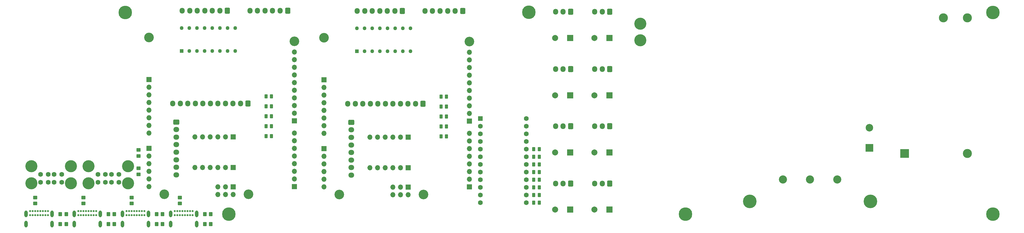
<source format=gts>
G04 #@! TF.GenerationSoftware,KiCad,Pcbnew,(6.0.1)*
G04 #@! TF.CreationDate,2023-01-17T23:28:05-08:00*
G04 #@! TF.ProjectId,DDRduino2,44445264-7569-46e6-9f32-2e6b69636164,rev?*
G04 #@! TF.SameCoordinates,Original*
G04 #@! TF.FileFunction,Soldermask,Top*
G04 #@! TF.FilePolarity,Negative*
%FSLAX46Y46*%
G04 Gerber Fmt 4.6, Leading zero omitted, Abs format (unit mm)*
G04 Created by KiCad (PCBNEW (6.0.1)) date 2023-01-17 23:28:05*
%MOMM*%
%LPD*%
G01*
G04 APERTURE LIST*
G04 Aperture macros list*
%AMRoundRect*
0 Rectangle with rounded corners*
0 $1 Rounding radius*
0 $2 $3 $4 $5 $6 $7 $8 $9 X,Y pos of 4 corners*
0 Add a 4 corners polygon primitive as box body*
4,1,4,$2,$3,$4,$5,$6,$7,$8,$9,$2,$3,0*
0 Add four circle primitives for the rounded corners*
1,1,$1+$1,$2,$3*
1,1,$1+$1,$4,$5*
1,1,$1+$1,$6,$7*
1,1,$1+$1,$8,$9*
0 Add four rect primitives between the rounded corners*
20,1,$1+$1,$2,$3,$4,$5,0*
20,1,$1+$1,$4,$5,$6,$7,0*
20,1,$1+$1,$6,$7,$8,$9,0*
20,1,$1+$1,$8,$9,$2,$3,0*%
G04 Aperture macros list end*
%ADD10C,2.700000*%
%ADD11C,4.516000*%
%ADD12RoundRect,0.250000X0.450000X-0.350000X0.450000X0.350000X-0.450000X0.350000X-0.450000X-0.350000X0*%
%ADD13RoundRect,0.250000X0.262500X0.450000X-0.262500X0.450000X-0.262500X-0.450000X0.262500X-0.450000X0*%
%ADD14C,0.650000*%
%ADD15O,1.108000X2.216000*%
%ADD16R,1.262126X1.262126*%
%ADD17C,1.262126*%
%ADD18C,1.600000*%
%ADD19C,4.000000*%
%ADD20C,3.200000*%
%ADD21RoundRect,0.250000X0.600000X0.725000X-0.600000X0.725000X-0.600000X-0.725000X0.600000X-0.725000X0*%
%ADD22O,1.700000X1.950000*%
%ADD23R,2.000000X2.000000*%
%ADD24C,2.000000*%
%ADD25C,4.500000*%
%ADD26R,1.700000X1.700000*%
%ADD27O,1.700000X1.700000*%
%ADD28RoundRect,0.250000X-0.725000X0.600000X-0.725000X-0.600000X0.725000X-0.600000X0.725000X0.600000X0*%
%ADD29O,1.950000X1.700000*%
%ADD30RoundRect,0.250000X-0.350000X-0.450000X0.350000X-0.450000X0.350000X0.450000X-0.350000X0.450000X0*%
%ADD31R,2.500000X2.500000*%
%ADD32C,2.500000*%
%ADD33R,1.600000X1.600000*%
%ADD34RoundRect,0.250000X-0.450000X0.350000X-0.450000X-0.350000X0.450000X-0.350000X0.450000X0.350000X0*%
%ADD35R,3.000000X3.000000*%
%ADD36C,3.000000*%
G04 APERTURE END LIST*
D10*
X319884230Y-155025730D03*
X310884230Y-155025730D03*
X301884230Y-155025730D03*
D11*
X330884230Y-162325730D03*
X290884230Y-162325730D03*
D12*
X53700000Y-162997480D03*
X53700000Y-160997480D03*
D13*
X132140000Y-133992000D03*
X130315000Y-133992000D03*
D14*
X52025000Y-165472480D03*
X52875000Y-165472480D03*
X53725000Y-165472480D03*
X54575000Y-165472480D03*
X55425000Y-165472480D03*
X56275000Y-165472480D03*
X57125000Y-165472480D03*
X57975000Y-165472480D03*
X57975000Y-166822480D03*
X57125000Y-166822480D03*
X56275000Y-166822480D03*
X55425000Y-166822480D03*
X54575000Y-166822480D03*
X53725000Y-166822480D03*
X52875000Y-166822480D03*
X52025000Y-166822480D03*
D15*
X50675000Y-166452480D03*
X59325000Y-166452480D03*
X59325000Y-169832480D03*
X50675000Y-169832480D03*
D16*
X102352000Y-112312000D03*
D17*
X104892000Y-112312000D03*
X107432000Y-112312000D03*
X109972000Y-112312000D03*
X112512000Y-112312000D03*
X115052000Y-112312000D03*
X117592000Y-112312000D03*
X120132000Y-112312000D03*
X120132000Y-104692000D03*
X117592000Y-104692000D03*
X115052000Y-104692000D03*
X112512000Y-104692000D03*
X109972000Y-104692000D03*
X107432000Y-104692000D03*
X104892000Y-104692000D03*
X102352000Y-104692000D03*
D13*
X132140000Y-137294000D03*
X130315000Y-137294000D03*
D16*
X160437480Y-112402480D03*
D17*
X162977480Y-112402480D03*
X165517480Y-112402480D03*
X168057480Y-112402480D03*
X170597480Y-112402480D03*
X173137480Y-112402480D03*
X175677480Y-112402480D03*
X178217480Y-112402480D03*
X178217480Y-104782480D03*
X175677480Y-104782480D03*
X173137480Y-104782480D03*
X170597480Y-104782480D03*
X168057480Y-104782480D03*
X165517480Y-104782480D03*
X162977480Y-104782480D03*
X160437480Y-104782480D03*
D18*
X81500000Y-155904700D03*
X81500000Y-153284700D03*
X79000000Y-155904700D03*
X79000000Y-153284700D03*
X77000000Y-155904700D03*
X77000000Y-153284700D03*
X74500000Y-155904700D03*
X74500000Y-153284700D03*
D19*
X84570000Y-150574700D03*
X71430000Y-150574700D03*
X84570000Y-156254700D03*
X71430000Y-156254700D03*
D20*
X154647480Y-160002480D03*
D21*
X244415865Y-118332480D03*
D22*
X241915865Y-118332480D03*
X239415865Y-118332480D03*
D23*
X244283542Y-127032480D03*
D24*
X239283542Y-127032480D03*
D25*
X371577480Y-99532480D03*
X83577480Y-99532480D03*
D13*
X190225480Y-140686480D03*
X188400480Y-140686480D03*
D21*
X244415865Y-156332480D03*
D22*
X241915865Y-156332480D03*
X239415865Y-156332480D03*
D14*
X68025000Y-165472480D03*
X68875000Y-165472480D03*
X69725000Y-165472480D03*
X70575000Y-165472480D03*
X71425000Y-165472480D03*
X72275000Y-165472480D03*
X73125000Y-165472480D03*
X73975000Y-165472480D03*
X73975000Y-166822480D03*
X73125000Y-166822480D03*
X72275000Y-166822480D03*
X71425000Y-166822480D03*
X70575000Y-166822480D03*
X69725000Y-166822480D03*
X68875000Y-166822480D03*
X68025000Y-166822480D03*
D15*
X66675000Y-166452480D03*
X75325000Y-166452480D03*
X75325000Y-169832480D03*
X66675000Y-169832480D03*
D13*
X190225480Y-134082480D03*
X188400480Y-134082480D03*
D21*
X244415865Y-99332480D03*
D22*
X241915865Y-99332480D03*
X239415865Y-99332480D03*
D13*
X190225480Y-137384480D03*
X188400480Y-137384480D03*
X132140000Y-140596000D03*
X130315000Y-140596000D03*
D23*
X231283542Y-146032480D03*
D24*
X226283542Y-146032480D03*
D26*
X177525480Y-151100480D03*
D27*
X174985480Y-151100480D03*
X172445480Y-151100480D03*
X169905480Y-151100480D03*
X167365480Y-151100480D03*
X164825480Y-151100480D03*
D28*
X100492000Y-135942000D03*
D29*
X100492000Y-138442000D03*
X100492000Y-140942000D03*
X100492000Y-143442000D03*
X100492000Y-145942000D03*
X100492000Y-148442000D03*
X100492000Y-150942000D03*
X100492000Y-153442000D03*
D30*
X94000000Y-169797480D03*
X96000000Y-169797480D03*
D21*
X175577480Y-99032480D03*
D22*
X173077480Y-99032480D03*
X170577480Y-99032480D03*
X168077480Y-99032480D03*
X165577480Y-99032480D03*
X163077480Y-99032480D03*
X160577480Y-99032480D03*
D21*
X117492000Y-98942000D03*
D22*
X114992000Y-98942000D03*
X112492000Y-98942000D03*
X109992000Y-98942000D03*
X107492000Y-98942000D03*
X104992000Y-98942000D03*
X102492000Y-98942000D03*
D23*
X244283542Y-165032480D03*
D24*
X239283542Y-165032480D03*
D13*
X220971980Y-160132480D03*
X219146980Y-160132480D03*
D31*
X330577480Y-144532480D03*
D32*
X330577480Y-137782480D03*
D19*
X254577480Y-103282480D03*
X254577480Y-108782480D03*
D30*
X78000000Y-169797480D03*
X80000000Y-169797480D03*
X110000000Y-166497480D03*
X112000000Y-166497480D03*
D21*
X231415865Y-156332480D03*
D22*
X228915865Y-156332480D03*
X226415865Y-156332480D03*
D23*
X244283542Y-108032480D03*
D24*
X239283542Y-108032480D03*
D20*
X139742000Y-109112000D03*
X149577480Y-107932480D03*
D12*
X101700000Y-163000000D03*
X101700000Y-161000000D03*
D30*
X94000000Y-166497480D03*
X96000000Y-166497480D03*
D13*
X220971980Y-144892480D03*
X219146980Y-144892480D03*
X132140000Y-127388000D03*
X130315000Y-127388000D03*
D20*
X197827480Y-109202480D03*
D26*
X119440000Y-151010000D03*
D27*
X116900000Y-151010000D03*
X114360000Y-151010000D03*
X111820000Y-151010000D03*
X109280000Y-151010000D03*
X106740000Y-151010000D03*
D23*
X231283542Y-165032480D03*
D24*
X226283542Y-165032480D03*
D13*
X220989980Y-147432480D03*
X219164980Y-147432480D03*
D21*
X124360000Y-129742000D03*
D22*
X121860000Y-129742000D03*
X119360000Y-129742000D03*
X116860000Y-129742000D03*
X114360000Y-129742000D03*
X111860000Y-129742000D03*
X109360000Y-129742000D03*
X106860000Y-129742000D03*
X104360000Y-129742000D03*
X101860000Y-129742000D03*
X99360000Y-129742000D03*
D12*
X69700000Y-163000000D03*
X69700000Y-161000000D03*
D13*
X190225480Y-127478480D03*
X188400480Y-127478480D03*
D21*
X231415865Y-118332480D03*
D22*
X228915865Y-118332480D03*
X226415865Y-118332480D03*
D20*
X182587480Y-160012480D03*
D13*
X220971980Y-162672480D03*
X219146980Y-162672480D03*
D21*
X244415865Y-137332480D03*
D22*
X241915865Y-137332480D03*
X239415865Y-137332480D03*
D21*
X137492000Y-98942000D03*
D22*
X134992000Y-98942000D03*
X132492000Y-98942000D03*
X129992000Y-98942000D03*
X127492000Y-98942000D03*
X124992000Y-98942000D03*
D13*
X220971980Y-152512480D03*
X219146980Y-152512480D03*
D26*
X177525480Y-140940480D03*
D27*
X174985480Y-140940480D03*
X172445480Y-140940480D03*
X169905480Y-140940480D03*
X167365480Y-140940480D03*
X164825480Y-140940480D03*
D12*
X85700000Y-163000000D03*
X85700000Y-161000000D03*
D14*
X100025000Y-165472480D03*
X100875000Y-165472480D03*
X101725000Y-165472480D03*
X102575000Y-165472480D03*
X103425000Y-165472480D03*
X104275000Y-165472480D03*
X105125000Y-165472480D03*
X105975000Y-165472480D03*
X105975000Y-166822480D03*
X105125000Y-166822480D03*
X104275000Y-166822480D03*
X103425000Y-166822480D03*
X102575000Y-166822480D03*
X101725000Y-166822480D03*
X100875000Y-166822480D03*
X100025000Y-166822480D03*
D15*
X98675000Y-166452480D03*
X107325000Y-166452480D03*
X107325000Y-169832480D03*
X98675000Y-169832480D03*
D14*
X84025000Y-165472480D03*
X84875000Y-165472480D03*
X85725000Y-165472480D03*
X86575000Y-165472480D03*
X87425000Y-165472480D03*
X88275000Y-165472480D03*
X89125000Y-165472480D03*
X89975000Y-165472480D03*
X89975000Y-166822480D03*
X89125000Y-166822480D03*
X88275000Y-166822480D03*
X87425000Y-166822480D03*
X86575000Y-166822480D03*
X85725000Y-166822480D03*
X84875000Y-166822480D03*
X84025000Y-166822480D03*
D15*
X82675000Y-166452480D03*
X91325000Y-166452480D03*
X91325000Y-169832480D03*
X82675000Y-169832480D03*
D23*
X244283542Y-146032480D03*
D24*
X239283542Y-146032480D03*
D21*
X231415865Y-137332480D03*
D22*
X228915865Y-137332480D03*
X226415865Y-137332480D03*
D13*
X220971980Y-155052480D03*
X219146980Y-155052480D03*
D30*
X110000000Y-169797480D03*
X112000000Y-169797480D03*
D20*
X96562000Y-159912000D03*
D25*
X269500000Y-166500000D03*
D21*
X182445480Y-129832480D03*
D22*
X179945480Y-129832480D03*
X177445480Y-129832480D03*
X174945480Y-129832480D03*
X172445480Y-129832480D03*
X169945480Y-129832480D03*
X167445480Y-129832480D03*
X164945480Y-129832480D03*
X162445480Y-129832480D03*
X159945480Y-129832480D03*
X157445480Y-129832480D03*
D18*
X201457480Y-137272480D03*
D33*
X201457480Y-134732480D03*
D18*
X201457480Y-144892480D03*
X201457480Y-147432480D03*
X201457480Y-149972480D03*
X201457480Y-152512480D03*
X201457480Y-155052480D03*
X201457480Y-157592480D03*
X201457480Y-160132480D03*
X201457480Y-162672480D03*
X216697480Y-162672480D03*
X216697480Y-157592480D03*
X216697480Y-155052480D03*
X216697480Y-160132480D03*
X216697480Y-152512480D03*
X216697480Y-149972480D03*
X216697480Y-147432480D03*
X216697480Y-144892480D03*
X201457480Y-139812480D03*
X201457480Y-142352480D03*
X216697480Y-137272480D03*
X216697480Y-134732480D03*
X216697480Y-139812480D03*
X216697480Y-142352480D03*
D34*
X88000000Y-145200000D03*
X88000000Y-147200000D03*
D20*
X124502000Y-159922000D03*
D30*
X62000000Y-169797480D03*
X64000000Y-169797480D03*
D20*
X91492000Y-107842000D03*
D25*
X118000000Y-166500000D03*
D21*
X195577480Y-99032480D03*
D22*
X193077480Y-99032480D03*
X190577480Y-99032480D03*
X188077480Y-99032480D03*
X185577480Y-99032480D03*
X183077480Y-99032480D03*
D26*
X119440000Y-140850000D03*
D27*
X116900000Y-140850000D03*
X114360000Y-140850000D03*
X111820000Y-140850000D03*
X109280000Y-140850000D03*
X106740000Y-140850000D03*
D12*
X88000000Y-153300000D03*
X88000000Y-151300000D03*
D18*
X62500000Y-155904700D03*
X62500000Y-153284700D03*
X60000000Y-155904700D03*
X60000000Y-153284700D03*
X58000000Y-155904700D03*
X58000000Y-153284700D03*
X55500000Y-155904700D03*
X55500000Y-153284700D03*
D19*
X65570000Y-150574700D03*
X52430000Y-150574700D03*
X65570000Y-156254700D03*
X52430000Y-156254700D03*
D13*
X220971980Y-149972480D03*
X219146980Y-149972480D03*
X220971980Y-157592480D03*
X219146980Y-157592480D03*
X132140000Y-130690000D03*
X130315000Y-130690000D03*
D25*
X371577480Y-166532480D03*
D35*
X342294980Y-146332480D03*
D36*
X363094980Y-146332480D03*
X363094980Y-101332480D03*
X355094980Y-101332480D03*
D23*
X231283542Y-127032480D03*
D24*
X226283542Y-127032480D03*
D21*
X231415865Y-99332480D03*
D22*
X228915865Y-99332480D03*
X226415865Y-99332480D03*
D23*
X231283542Y-108032480D03*
D24*
X226283542Y-108032480D03*
D13*
X190225480Y-130780480D03*
X188400480Y-130780480D03*
D30*
X78000000Y-166497480D03*
X80000000Y-166497480D03*
X62000000Y-166497480D03*
X64000000Y-166497480D03*
D28*
X158577480Y-136032480D03*
D29*
X158577480Y-138532480D03*
X158577480Y-141032480D03*
X158577480Y-143532480D03*
X158577480Y-146032480D03*
X158577480Y-148532480D03*
X158577480Y-151032480D03*
X158577480Y-153532480D03*
D25*
X217500000Y-99500000D03*
D26*
X197845480Y-135606480D03*
D27*
X197845480Y-133066480D03*
X197845480Y-130526480D03*
X197845480Y-127986480D03*
X197845480Y-125446480D03*
X197845480Y-122906480D03*
X197845480Y-120366480D03*
X197845480Y-117826480D03*
X197845480Y-115286480D03*
X197845480Y-112746480D03*
D26*
X119440000Y-157487000D03*
D27*
X119440000Y-160027000D03*
X116900000Y-157487000D03*
X116900000Y-160027000D03*
X114360000Y-157487000D03*
X114360000Y-160027000D03*
D26*
X139760000Y-157360000D03*
D27*
X139760000Y-154820000D03*
X139760000Y-152280000D03*
X139760000Y-149740000D03*
X139760000Y-147200000D03*
X139760000Y-144660000D03*
X139760000Y-142120000D03*
X139760000Y-139580000D03*
D26*
X197845480Y-157450480D03*
D27*
X197845480Y-154910480D03*
X197845480Y-152370480D03*
X197845480Y-149830480D03*
X197845480Y-147290480D03*
X197845480Y-144750480D03*
X197845480Y-142210480D03*
X197845480Y-139670480D03*
D26*
X177525480Y-157577480D03*
D27*
X177525480Y-160117480D03*
X174985480Y-157577480D03*
X174985480Y-160117480D03*
X172445480Y-157577480D03*
X172445480Y-160117480D03*
D26*
X139760000Y-135516000D03*
D27*
X139760000Y-132976000D03*
X139760000Y-130436000D03*
X139760000Y-127896000D03*
X139760000Y-125356000D03*
X139760000Y-122816000D03*
X139760000Y-120276000D03*
X139760000Y-117736000D03*
X139760000Y-115196000D03*
X139760000Y-112656000D03*
D26*
X149585480Y-121890480D03*
D27*
X149585480Y-124430480D03*
X149585480Y-126970480D03*
X149585480Y-129510480D03*
X149585480Y-132050480D03*
X149585480Y-134590480D03*
X149585480Y-137130480D03*
X149585480Y-139670480D03*
D26*
X91500000Y-144660000D03*
D27*
X91500000Y-147200000D03*
X91500000Y-149740000D03*
X91500000Y-152280000D03*
X91500000Y-154820000D03*
X91500000Y-157360000D03*
D26*
X91500000Y-121800000D03*
D27*
X91500000Y-124340000D03*
X91500000Y-126880000D03*
X91500000Y-129420000D03*
X91500000Y-131960000D03*
X91500000Y-134500000D03*
X91500000Y-137040000D03*
X91500000Y-139580000D03*
D26*
X149585480Y-144750480D03*
D27*
X149585480Y-147290480D03*
X149585480Y-149830480D03*
X149585480Y-152370480D03*
X149585480Y-154910480D03*
X149585480Y-157450480D03*
M02*

</source>
